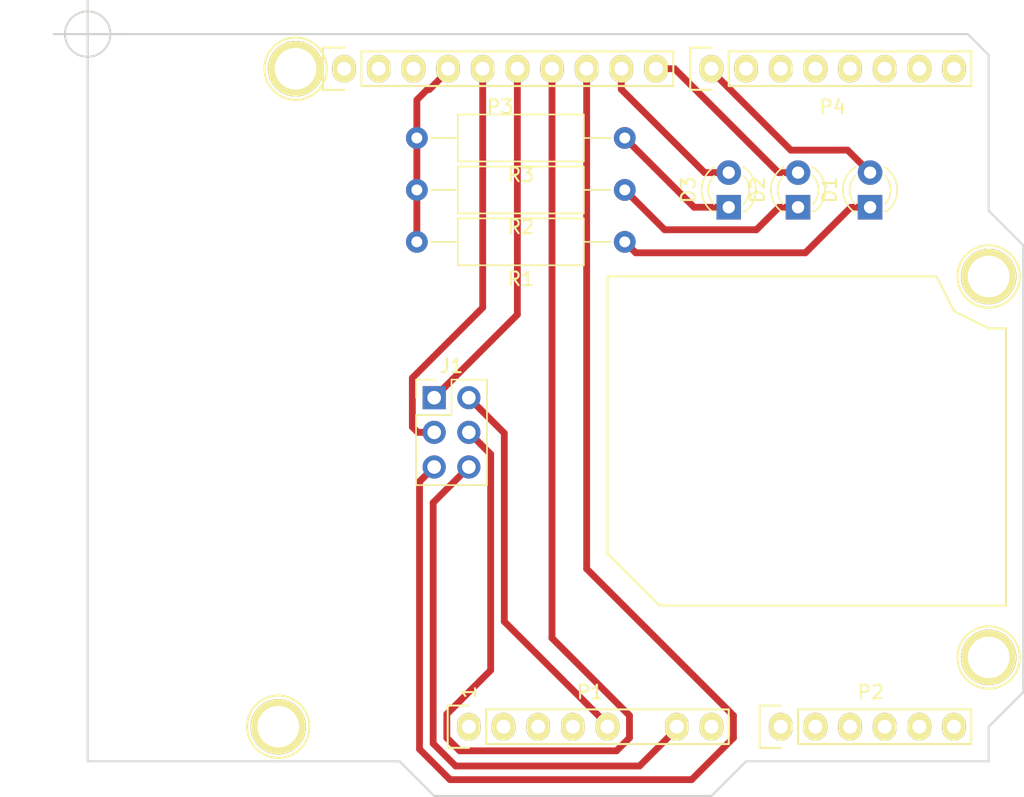
<source format=kicad_pcb>
(kicad_pcb (version 20171130) (host pcbnew "(5.1.5-0-10_14)")

  (general
    (thickness 1.6)
    (drawings 40)
    (tracks 70)
    (zones 0)
    (modules 15)
    (nets 36)
  )

  (page A4)
  (title_block
    (date "lun. 30 mars 2015")
  )

  (layers
    (0 F.Cu signal)
    (31 B.Cu signal)
    (32 B.Adhes user)
    (33 F.Adhes user)
    (34 B.Paste user)
    (35 F.Paste user)
    (36 B.SilkS user)
    (37 F.SilkS user)
    (38 B.Mask user)
    (39 F.Mask user)
    (40 Dwgs.User user)
    (41 Cmts.User user)
    (42 Eco1.User user)
    (43 Eco2.User user)
    (44 Edge.Cuts user)
    (45 Margin user)
    (46 B.CrtYd user)
    (47 F.CrtYd user)
    (48 B.Fab user)
    (49 F.Fab user)
  )

  (setup
    (last_trace_width 0.25)
    (trace_clearance 0.2)
    (zone_clearance 0.508)
    (zone_45_only no)
    (trace_min 0.2)
    (via_size 0.6)
    (via_drill 0.4)
    (via_min_size 0.4)
    (via_min_drill 0.3)
    (uvia_size 0.3)
    (uvia_drill 0.1)
    (uvias_allowed no)
    (uvia_min_size 0.2)
    (uvia_min_drill 0.1)
    (edge_width 0.15)
    (segment_width 0.15)
    (pcb_text_width 0.3)
    (pcb_text_size 1.5 1.5)
    (mod_edge_width 0.15)
    (mod_text_size 1 1)
    (mod_text_width 0.15)
    (pad_size 4.064 4.064)
    (pad_drill 3.048)
    (pad_to_mask_clearance 0)
    (aux_axis_origin 110.998 73.025)
    (grid_origin 110.998 73.025)
    (visible_elements FFFFFF7F)
    (pcbplotparams
      (layerselection 0x01000_7fffffff)
      (usegerberextensions false)
      (usegerberattributes false)
      (usegerberadvancedattributes false)
      (creategerberjobfile false)
      (excludeedgelayer true)
      (linewidth 0.100000)
      (plotframeref false)
      (viasonmask false)
      (mode 1)
      (useauxorigin true)
      (hpglpennumber 1)
      (hpglpenspeed 20)
      (hpglpendiameter 15.000000)
      (psnegative false)
      (psa4output false)
      (plotreference false)
      (plotvalue false)
      (plotinvisibletext false)
      (padsonsilk false)
      (subtractmaskfromsilk false)
      (outputformat 1)
      (mirror false)
      (drillshape 0)
      (scaleselection 1)
      (outputdirectory "kicad_export/"))
  )

  (net 0 "")
  (net 1 /IOREF)
  (net 2 /Reset)
  (net 3 +5V)
  (net 4 GND)
  (net 5 /Vin)
  (net 6 /A0)
  (net 7 /A1)
  (net 8 /A2)
  (net 9 /A3)
  (net 10 /AREF)
  (net 11 "/A4(SDA)")
  (net 12 "/A5(SCL)")
  (net 13 "/9(**)")
  (net 14 /8)
  (net 15 /7)
  (net 16 "/6(**)")
  (net 17 "/5(**)")
  (net 18 /4)
  (net 19 "/3(**)")
  (net 20 /2)
  (net 21 "/1(Tx)")
  (net 22 "/0(Rx)")
  (net 23 "Net-(P5-Pad1)")
  (net 24 "Net-(P6-Pad1)")
  (net 25 "Net-(P7-Pad1)")
  (net 26 "Net-(P8-Pad1)")
  (net 27 "/13(SCK)")
  (net 28 "/10(**/SS)")
  (net 29 "Net-(P1-Pad1)")
  (net 30 +3V3)
  (net 31 "/12(MISO)")
  (net 32 "/11(**/MOSI)")
  (net 33 "Net-(D1-Pad1)")
  (net 34 "Net-(D2-Pad1)")
  (net 35 "Net-(D3-Pad1)")

  (net_class Default "This is the default net class."
    (clearance 0.2)
    (trace_width 0.25)
    (via_dia 0.6)
    (via_drill 0.4)
    (uvia_dia 0.3)
    (uvia_drill 0.1)
  )

  (net_class wide ""
    (clearance 0.5)
    (trace_width 0.5)
    (via_dia 0.6)
    (via_drill 0.4)
    (uvia_dia 0.3)
    (uvia_drill 0.1)
    (add_net +3V3)
    (add_net +5V)
    (add_net "/0(Rx)")
    (add_net "/1(Tx)")
    (add_net "/10(**/SS)")
    (add_net "/11(**/MOSI)")
    (add_net "/12(MISO)")
    (add_net "/13(SCK)")
    (add_net /2)
    (add_net "/3(**)")
    (add_net /4)
    (add_net "/5(**)")
    (add_net "/6(**)")
    (add_net /7)
    (add_net /8)
    (add_net "/9(**)")
    (add_net /A0)
    (add_net /A1)
    (add_net /A2)
    (add_net /A3)
    (add_net "/A4(SDA)")
    (add_net "/A5(SCL)")
    (add_net /AREF)
    (add_net /IOREF)
    (add_net /Reset)
    (add_net /Vin)
    (add_net GND)
    (add_net "Net-(D1-Pad1)")
    (add_net "Net-(D2-Pad1)")
    (add_net "Net-(D3-Pad1)")
    (add_net "Net-(P1-Pad1)")
    (add_net "Net-(P5-Pad1)")
    (add_net "Net-(P6-Pad1)")
    (add_net "Net-(P7-Pad1)")
    (add_net "Net-(P8-Pad1)")
  )

  (module Socket_Arduino_Uno:Socket_Strip_Arduino_1x08 locked (layer F.Cu) (tedit 5FAF7312) (tstamp 551AF9EA)
    (at 138.938 123.825)
    (descr "Through hole socket strip")
    (tags "socket strip")
    (path /56D70129)
    (fp_text reference P1 (at 8.89 -2.54) (layer F.SilkS)
      (effects (font (size 1 1) (thickness 0.15)))
    )
    (fp_text value Power (at 8.89 -4.064) (layer F.Fab)
      (effects (font (size 1 1) (thickness 0.15)))
    )
    (fp_line (start -1.75 -1.75) (end -1.75 1.75) (layer F.CrtYd) (width 0.05))
    (fp_line (start 19.55 -1.75) (end 19.55 1.75) (layer F.CrtYd) (width 0.05))
    (fp_line (start -1.75 -1.75) (end 19.55 -1.75) (layer F.CrtYd) (width 0.05))
    (fp_line (start -1.75 1.75) (end 19.55 1.75) (layer F.CrtYd) (width 0.05))
    (fp_line (start 1.27 1.27) (end 19.05 1.27) (layer F.SilkS) (width 0.15))
    (fp_line (start 19.05 1.27) (end 19.05 -1.27) (layer F.SilkS) (width 0.15))
    (fp_line (start 19.05 -1.27) (end 1.27 -1.27) (layer F.SilkS) (width 0.15))
    (fp_line (start -1.55 1.55) (end 0 1.55) (layer F.SilkS) (width 0.15))
    (fp_line (start 1.27 1.27) (end 1.27 -1.27) (layer F.SilkS) (width 0.15))
    (fp_line (start 0 -1.55) (end -1.55 -1.55) (layer F.SilkS) (width 0.15))
    (fp_line (start -1.55 -1.55) (end -1.55 1.55) (layer F.SilkS) (width 0.15))
    (pad 1 thru_hole oval (at 0 0) (size 1.7272 2.032) (drill 1.016) (layers *.Cu *.Mask F.SilkS)
      (net 29 "Net-(P1-Pad1)"))
    (pad 2 thru_hole oval (at 2.54 0) (size 1.7272 2.032) (drill 1.016) (layers *.Cu *.Mask F.SilkS)
      (net 1 /IOREF))
    (pad 3 thru_hole oval (at 5.08 0) (size 1.7272 2.032) (drill 1.016) (layers *.Cu *.Mask F.SilkS)
      (net 2 /Reset))
    (pad 4 thru_hole oval (at 7.62 0) (size 1.7272 2.032) (drill 1.016) (layers *.Cu *.Mask F.SilkS)
      (net 30 +3V3))
    (pad 5 thru_hole oval (at 10.16 0) (size 1.7272 2.032) (drill 1.016) (layers *.Cu *.Mask F.SilkS)
      (net 3 +5V))
    (pad 6 connect oval (at 12.7 0) (size 1.7272 2.032) (layers Dwgs.User)
      (net 4 GND))
    (pad 7 thru_hole oval (at 15.24 0) (size 1.7272 2.032) (drill 1.016) (layers *.Cu *.Mask F.SilkS)
      (net 4 GND))
    (pad 8 thru_hole oval (at 17.78 0) (size 1.7272 2.032) (drill 1.016) (layers *.Cu *.Mask F.SilkS)
      (net 5 /Vin))
    (model ${KIPRJMOD}/Socket_Arduino_Uno.3dshapes/Socket_header_Arduino_1x08.wrl
      (offset (xyz 8.889999866485596 0 0))
      (scale (xyz 1 1 1))
      (rotate (xyz 0 0 180))
    )
  )

  (module Socket_Arduino_Uno:Socket_Strip_Arduino_1x06 locked (layer F.Cu) (tedit 552168D6) (tstamp 551AF9FF)
    (at 161.798 123.825)
    (descr "Through hole socket strip")
    (tags "socket strip")
    (path /56D70DD8)
    (fp_text reference P2 (at 6.604 -2.54) (layer F.SilkS)
      (effects (font (size 1 1) (thickness 0.15)))
    )
    (fp_text value Analog (at 6.604 -4.064) (layer F.Fab)
      (effects (font (size 1 1) (thickness 0.15)))
    )
    (fp_line (start -1.75 -1.75) (end -1.75 1.75) (layer F.CrtYd) (width 0.05))
    (fp_line (start 14.45 -1.75) (end 14.45 1.75) (layer F.CrtYd) (width 0.05))
    (fp_line (start -1.75 -1.75) (end 14.45 -1.75) (layer F.CrtYd) (width 0.05))
    (fp_line (start -1.75 1.75) (end 14.45 1.75) (layer F.CrtYd) (width 0.05))
    (fp_line (start 1.27 1.27) (end 13.97 1.27) (layer F.SilkS) (width 0.15))
    (fp_line (start 13.97 1.27) (end 13.97 -1.27) (layer F.SilkS) (width 0.15))
    (fp_line (start 13.97 -1.27) (end 1.27 -1.27) (layer F.SilkS) (width 0.15))
    (fp_line (start -1.55 1.55) (end 0 1.55) (layer F.SilkS) (width 0.15))
    (fp_line (start 1.27 1.27) (end 1.27 -1.27) (layer F.SilkS) (width 0.15))
    (fp_line (start 0 -1.55) (end -1.55 -1.55) (layer F.SilkS) (width 0.15))
    (fp_line (start -1.55 -1.55) (end -1.55 1.55) (layer F.SilkS) (width 0.15))
    (pad 1 thru_hole oval (at 0 0) (size 1.7272 2.032) (drill 1.016) (layers *.Cu *.Mask F.SilkS)
      (net 6 /A0))
    (pad 2 thru_hole oval (at 2.54 0) (size 1.7272 2.032) (drill 1.016) (layers *.Cu *.Mask F.SilkS)
      (net 7 /A1))
    (pad 3 thru_hole oval (at 5.08 0) (size 1.7272 2.032) (drill 1.016) (layers *.Cu *.Mask F.SilkS)
      (net 8 /A2))
    (pad 4 thru_hole oval (at 7.62 0) (size 1.7272 2.032) (drill 1.016) (layers *.Cu *.Mask F.SilkS)
      (net 9 /A3))
    (pad 5 thru_hole oval (at 10.16 0) (size 1.7272 2.032) (drill 1.016) (layers *.Cu *.Mask F.SilkS)
      (net 11 "/A4(SDA)"))
    (pad 6 thru_hole oval (at 12.7 0) (size 1.7272 2.032) (drill 1.016) (layers *.Cu *.Mask F.SilkS)
      (net 12 "/A5(SCL)"))
    (model ${KIPRJMOD}/Socket_Arduino_Uno.3dshapes/Socket_header_Arduino_1x06.wrl
      (offset (xyz 6.349999904632568 0 0))
      (scale (xyz 1 1 1))
      (rotate (xyz 0 0 180))
    )
  )

  (module Socket_Arduino_Uno:Socket_Strip_Arduino_1x10 locked (layer F.Cu) (tedit 552168BF) (tstamp 551AFA18)
    (at 129.794 75.565)
    (descr "Through hole socket strip")
    (tags "socket strip")
    (path /56D721E0)
    (fp_text reference P3 (at 11.43 2.794) (layer F.SilkS)
      (effects (font (size 1 1) (thickness 0.15)))
    )
    (fp_text value Digital (at 11.43 4.318) (layer F.Fab)
      (effects (font (size 1 1) (thickness 0.15)))
    )
    (fp_line (start -1.75 -1.75) (end -1.75 1.75) (layer F.CrtYd) (width 0.05))
    (fp_line (start 24.65 -1.75) (end 24.65 1.75) (layer F.CrtYd) (width 0.05))
    (fp_line (start -1.75 -1.75) (end 24.65 -1.75) (layer F.CrtYd) (width 0.05))
    (fp_line (start -1.75 1.75) (end 24.65 1.75) (layer F.CrtYd) (width 0.05))
    (fp_line (start 1.27 1.27) (end 24.13 1.27) (layer F.SilkS) (width 0.15))
    (fp_line (start 24.13 1.27) (end 24.13 -1.27) (layer F.SilkS) (width 0.15))
    (fp_line (start 24.13 -1.27) (end 1.27 -1.27) (layer F.SilkS) (width 0.15))
    (fp_line (start -1.55 1.55) (end 0 1.55) (layer F.SilkS) (width 0.15))
    (fp_line (start 1.27 1.27) (end 1.27 -1.27) (layer F.SilkS) (width 0.15))
    (fp_line (start 0 -1.55) (end -1.55 -1.55) (layer F.SilkS) (width 0.15))
    (fp_line (start -1.55 -1.55) (end -1.55 1.55) (layer F.SilkS) (width 0.15))
    (pad 1 thru_hole oval (at 0 0) (size 1.7272 2.032) (drill 1.016) (layers *.Cu *.Mask F.SilkS)
      (net 12 "/A5(SCL)"))
    (pad 2 thru_hole oval (at 2.54 0) (size 1.7272 2.032) (drill 1.016) (layers *.Cu *.Mask F.SilkS)
      (net 11 "/A4(SDA)"))
    (pad 3 thru_hole oval (at 5.08 0) (size 1.7272 2.032) (drill 1.016) (layers *.Cu *.Mask F.SilkS)
      (net 10 /AREF))
    (pad 4 thru_hole oval (at 7.62 0) (size 1.7272 2.032) (drill 1.016) (layers *.Cu *.Mask F.SilkS)
      (net 4 GND))
    (pad 5 thru_hole oval (at 10.16 0) (size 1.7272 2.032) (drill 1.016) (layers *.Cu *.Mask F.SilkS)
      (net 27 "/13(SCK)"))
    (pad 6 thru_hole oval (at 12.7 0) (size 1.7272 2.032) (drill 1.016) (layers *.Cu *.Mask F.SilkS)
      (net 31 "/12(MISO)"))
    (pad 7 thru_hole oval (at 15.24 0) (size 1.7272 2.032) (drill 1.016) (layers *.Cu *.Mask F.SilkS)
      (net 32 "/11(**/MOSI)"))
    (pad 8 thru_hole oval (at 17.78 0) (size 1.7272 2.032) (drill 1.016) (layers *.Cu *.Mask F.SilkS)
      (net 28 "/10(**/SS)"))
    (pad 9 thru_hole oval (at 20.32 0) (size 1.7272 2.032) (drill 1.016) (layers *.Cu *.Mask F.SilkS)
      (net 13 "/9(**)"))
    (pad 10 thru_hole oval (at 22.86 0) (size 1.7272 2.032) (drill 1.016) (layers *.Cu *.Mask F.SilkS)
      (net 14 /8))
    (model ${KIPRJMOD}/Socket_Arduino_Uno.3dshapes/Socket_header_Arduino_1x10.wrl
      (offset (xyz 11.42999982833862 0 0))
      (scale (xyz 1 1 1))
      (rotate (xyz 0 0 180))
    )
  )

  (module Socket_Arduino_Uno:Socket_Strip_Arduino_1x08 locked (layer F.Cu) (tedit 552168C7) (tstamp 551AFA2F)
    (at 156.718 75.565)
    (descr "Through hole socket strip")
    (tags "socket strip")
    (path /56D7164F)
    (fp_text reference P4 (at 8.89 2.794) (layer F.SilkS)
      (effects (font (size 1 1) (thickness 0.15)))
    )
    (fp_text value Digital (at 8.89 4.318) (layer F.Fab)
      (effects (font (size 1 1) (thickness 0.15)))
    )
    (fp_line (start -1.75 -1.75) (end -1.75 1.75) (layer F.CrtYd) (width 0.05))
    (fp_line (start 19.55 -1.75) (end 19.55 1.75) (layer F.CrtYd) (width 0.05))
    (fp_line (start -1.75 -1.75) (end 19.55 -1.75) (layer F.CrtYd) (width 0.05))
    (fp_line (start -1.75 1.75) (end 19.55 1.75) (layer F.CrtYd) (width 0.05))
    (fp_line (start 1.27 1.27) (end 19.05 1.27) (layer F.SilkS) (width 0.15))
    (fp_line (start 19.05 1.27) (end 19.05 -1.27) (layer F.SilkS) (width 0.15))
    (fp_line (start 19.05 -1.27) (end 1.27 -1.27) (layer F.SilkS) (width 0.15))
    (fp_line (start -1.55 1.55) (end 0 1.55) (layer F.SilkS) (width 0.15))
    (fp_line (start 1.27 1.27) (end 1.27 -1.27) (layer F.SilkS) (width 0.15))
    (fp_line (start 0 -1.55) (end -1.55 -1.55) (layer F.SilkS) (width 0.15))
    (fp_line (start -1.55 -1.55) (end -1.55 1.55) (layer F.SilkS) (width 0.15))
    (pad 1 thru_hole oval (at 0 0) (size 1.7272 2.032) (drill 1.016) (layers *.Cu *.Mask F.SilkS)
      (net 15 /7))
    (pad 2 thru_hole oval (at 2.54 0) (size 1.7272 2.032) (drill 1.016) (layers *.Cu *.Mask F.SilkS)
      (net 16 "/6(**)"))
    (pad 3 thru_hole oval (at 5.08 0) (size 1.7272 2.032) (drill 1.016) (layers *.Cu *.Mask F.SilkS)
      (net 17 "/5(**)"))
    (pad 4 thru_hole oval (at 7.62 0) (size 1.7272 2.032) (drill 1.016) (layers *.Cu *.Mask F.SilkS)
      (net 18 /4))
    (pad 5 thru_hole oval (at 10.16 0) (size 1.7272 2.032) (drill 1.016) (layers *.Cu *.Mask F.SilkS)
      (net 19 "/3(**)"))
    (pad 6 thru_hole oval (at 12.7 0) (size 1.7272 2.032) (drill 1.016) (layers *.Cu *.Mask F.SilkS)
      (net 20 /2))
    (pad 7 thru_hole oval (at 15.24 0) (size 1.7272 2.032) (drill 1.016) (layers *.Cu *.Mask F.SilkS)
      (net 21 "/1(Tx)"))
    (pad 8 thru_hole oval (at 17.78 0) (size 1.7272 2.032) (drill 1.016) (layers *.Cu *.Mask F.SilkS)
      (net 22 "/0(Rx)"))
    (model ${KIPRJMOD}/Socket_Arduino_Uno.3dshapes/Socket_header_Arduino_1x08.wrl
      (offset (xyz 8.889999866485596 0 0))
      (scale (xyz 1 1 1))
      (rotate (xyz 0 0 180))
    )
  )

  (module Socket_Arduino_Uno:Arduino_1pin locked (layer F.Cu) (tedit 5524FC39) (tstamp 5524FC3F)
    (at 124.968 123.825)
    (descr "module 1 pin (ou trou mecanique de percage)")
    (tags DEV)
    (path /56D71177)
    (fp_text reference P5 (at 0 -3.048) (layer F.SilkS) hide
      (effects (font (size 1 1) (thickness 0.15)))
    )
    (fp_text value CONN_01X01 (at 0 2.794) (layer F.Fab) hide
      (effects (font (size 1 1) (thickness 0.15)))
    )
    (fp_circle (center 0 0) (end 0 -2.286) (layer F.SilkS) (width 0.15))
    (pad 1 thru_hole circle (at 0 0) (size 4.064 4.064) (drill 3.048) (layers *.Cu *.Mask F.SilkS)
      (net 23 "Net-(P5-Pad1)"))
  )

  (module Socket_Arduino_Uno:Arduino_1pin locked (layer F.Cu) (tedit 5524FC4A) (tstamp 5524FC44)
    (at 177.038 118.745)
    (descr "module 1 pin (ou trou mecanique de percage)")
    (tags DEV)
    (path /56D71274)
    (fp_text reference P6 (at 0 -3.048) (layer F.SilkS) hide
      (effects (font (size 1 1) (thickness 0.15)))
    )
    (fp_text value CONN_01X01 (at 0 2.794) (layer F.Fab) hide
      (effects (font (size 1 1) (thickness 0.15)))
    )
    (fp_circle (center 0 0) (end 0 -2.286) (layer F.SilkS) (width 0.15))
    (pad 1 thru_hole circle (at 0 0) (size 4.064 4.064) (drill 3.048) (layers *.Cu *.Mask F.SilkS)
      (net 24 "Net-(P6-Pad1)"))
  )

  (module Socket_Arduino_Uno:Arduino_1pin locked (layer F.Cu) (tedit 5524FC2F) (tstamp 5524FC49)
    (at 126.238 75.565)
    (descr "module 1 pin (ou trou mecanique de percage)")
    (tags DEV)
    (path /56D712A8)
    (fp_text reference P7 (at 0 -3.048) (layer F.SilkS) hide
      (effects (font (size 1 1) (thickness 0.15)))
    )
    (fp_text value CONN_01X01 (at 0 2.794) (layer F.Fab) hide
      (effects (font (size 1 1) (thickness 0.15)))
    )
    (fp_circle (center 0 0) (end 0 -2.286) (layer F.SilkS) (width 0.15))
    (pad 1 thru_hole circle (at 0 0) (size 4.064 4.064) (drill 3.048) (layers *.Cu *.Mask F.SilkS)
      (net 25 "Net-(P7-Pad1)"))
  )

  (module Socket_Arduino_Uno:Arduino_1pin locked (layer F.Cu) (tedit 5524FC41) (tstamp 5524FC4E)
    (at 177.038 90.805)
    (descr "module 1 pin (ou trou mecanique de percage)")
    (tags DEV)
    (path /56D712DB)
    (fp_text reference P8 (at 0 -3.048) (layer F.SilkS) hide
      (effects (font (size 1 1) (thickness 0.15)))
    )
    (fp_text value CONN_01X01 (at 0 2.794) (layer F.Fab) hide
      (effects (font (size 1 1) (thickness 0.15)))
    )
    (fp_circle (center 0 0) (end 0 -2.286) (layer F.SilkS) (width 0.15))
    (pad 1 thru_hole circle (at 0 0) (size 4.064 4.064) (drill 3.048) (layers *.Cu *.Mask F.SilkS)
      (net 26 "Net-(P8-Pad1)"))
  )

  (module LED_THT:LED_D3.0mm_FlatTop (layer F.Cu) (tedit 5880A862) (tstamp 5FAFDCE3)
    (at 168.348 85.725 90)
    (descr "LED, Round, FlatTop, diameter 3.0mm, 2 pins, http://www.kingbright.com/attachments/file/psearch/000/00/00/L-47XEC(Ver.9A).pdf")
    (tags "LED Round FlatTop diameter 3.0mm 2 pins")
    (path /5FAFEA92)
    (fp_text reference D1 (at 1.27 -2.96 90) (layer F.SilkS)
      (effects (font (size 1 1) (thickness 0.15)))
    )
    (fp_text value LED (at 1.27 2.96 90) (layer F.Fab)
      (effects (font (size 1 1) (thickness 0.15)))
    )
    (fp_arc (start 1.27 0) (end -0.23 -1.16619) (angle 284.3) (layer F.Fab) (width 0.1))
    (fp_arc (start 1.27 0) (end -0.29 -1.235516) (angle 108.8) (layer F.SilkS) (width 0.12))
    (fp_arc (start 1.27 0) (end -0.29 1.235516) (angle -108.8) (layer F.SilkS) (width 0.12))
    (fp_arc (start 1.27 0) (end 0.229039 -1.08) (angle 87.9) (layer F.SilkS) (width 0.12))
    (fp_arc (start 1.27 0) (end 0.229039 1.08) (angle -87.9) (layer F.SilkS) (width 0.12))
    (fp_circle (center 1.27 0) (end 2.77 0) (layer F.Fab) (width 0.1))
    (fp_line (start -0.23 -1.16619) (end -0.23 1.16619) (layer F.Fab) (width 0.1))
    (fp_line (start -0.29 -1.236) (end -0.29 -1.08) (layer F.SilkS) (width 0.12))
    (fp_line (start -0.29 1.08) (end -0.29 1.236) (layer F.SilkS) (width 0.12))
    (fp_line (start -1.15 -2.25) (end -1.15 2.25) (layer F.CrtYd) (width 0.05))
    (fp_line (start -1.15 2.25) (end 3.7 2.25) (layer F.CrtYd) (width 0.05))
    (fp_line (start 3.7 2.25) (end 3.7 -2.25) (layer F.CrtYd) (width 0.05))
    (fp_line (start 3.7 -2.25) (end -1.15 -2.25) (layer F.CrtYd) (width 0.05))
    (pad 1 thru_hole rect (at 0 0 90) (size 1.8 1.8) (drill 0.9) (layers *.Cu *.Mask)
      (net 33 "Net-(D1-Pad1)"))
    (pad 2 thru_hole circle (at 2.54 0 90) (size 1.8 1.8) (drill 0.9) (layers *.Cu *.Mask)
      (net 15 /7))
    (model ${KISYS3DMOD}/LED_THT.3dshapes/LED_D3.0mm_FlatTop.wrl
      (at (xyz 0 0 0))
      (scale (xyz 1 1 1))
      (rotate (xyz 0 0 0))
    )
  )

  (module LED_THT:LED_D3.0mm_FlatTop (layer F.Cu) (tedit 5880A862) (tstamp 5FAFE025)
    (at 163.068 85.725 90)
    (descr "LED, Round, FlatTop, diameter 3.0mm, 2 pins, http://www.kingbright.com/attachments/file/psearch/000/00/00/L-47XEC(Ver.9A).pdf")
    (tags "LED Round FlatTop diameter 3.0mm 2 pins")
    (path /5FAFF1D8)
    (fp_text reference D2 (at 1.27 -2.96 90) (layer F.SilkS)
      (effects (font (size 1 1) (thickness 0.15)))
    )
    (fp_text value LED (at 1.27 2.96 90) (layer F.Fab)
      (effects (font (size 1 1) (thickness 0.15)))
    )
    (fp_line (start 3.7 -2.25) (end -1.15 -2.25) (layer F.CrtYd) (width 0.05))
    (fp_line (start 3.7 2.25) (end 3.7 -2.25) (layer F.CrtYd) (width 0.05))
    (fp_line (start -1.15 2.25) (end 3.7 2.25) (layer F.CrtYd) (width 0.05))
    (fp_line (start -1.15 -2.25) (end -1.15 2.25) (layer F.CrtYd) (width 0.05))
    (fp_line (start -0.29 1.08) (end -0.29 1.236) (layer F.SilkS) (width 0.12))
    (fp_line (start -0.29 -1.236) (end -0.29 -1.08) (layer F.SilkS) (width 0.12))
    (fp_line (start -0.23 -1.16619) (end -0.23 1.16619) (layer F.Fab) (width 0.1))
    (fp_circle (center 1.27 0) (end 2.77 0) (layer F.Fab) (width 0.1))
    (fp_arc (start 1.27 0) (end 0.229039 1.08) (angle -87.9) (layer F.SilkS) (width 0.12))
    (fp_arc (start 1.27 0) (end 0.229039 -1.08) (angle 87.9) (layer F.SilkS) (width 0.12))
    (fp_arc (start 1.27 0) (end -0.29 1.235516) (angle -108.8) (layer F.SilkS) (width 0.12))
    (fp_arc (start 1.27 0) (end -0.29 -1.235516) (angle 108.8) (layer F.SilkS) (width 0.12))
    (fp_arc (start 1.27 0) (end -0.23 -1.16619) (angle 284.3) (layer F.Fab) (width 0.1))
    (pad 2 thru_hole circle (at 2.54 0 90) (size 1.8 1.8) (drill 0.9) (layers *.Cu *.Mask)
      (net 14 /8))
    (pad 1 thru_hole rect (at 0 0 90) (size 1.8 1.8) (drill 0.9) (layers *.Cu *.Mask)
      (net 34 "Net-(D2-Pad1)"))
    (model ${KISYS3DMOD}/LED_THT.3dshapes/LED_D3.0mm_FlatTop.wrl
      (at (xyz 0 0 0))
      (scale (xyz 1 1 1))
      (rotate (xyz 0 0 0))
    )
  )

  (module LED_THT:LED_D3.0mm_FlatTop (layer F.Cu) (tedit 5880A862) (tstamp 5FAFDD09)
    (at 157.988 85.725 90)
    (descr "LED, Round, FlatTop, diameter 3.0mm, 2 pins, http://www.kingbright.com/attachments/file/psearch/000/00/00/L-47XEC(Ver.9A).pdf")
    (tags "LED Round FlatTop diameter 3.0mm 2 pins")
    (path /5FAFF41D)
    (fp_text reference D3 (at 1.27 -2.96 90) (layer F.SilkS)
      (effects (font (size 1 1) (thickness 0.15)))
    )
    (fp_text value LED (at 1.27 2.96 90) (layer F.Fab)
      (effects (font (size 1 1) (thickness 0.15)))
    )
    (fp_arc (start 1.27 0) (end -0.23 -1.16619) (angle 284.3) (layer F.Fab) (width 0.1))
    (fp_arc (start 1.27 0) (end -0.29 -1.235516) (angle 108.8) (layer F.SilkS) (width 0.12))
    (fp_arc (start 1.27 0) (end -0.29 1.235516) (angle -108.8) (layer F.SilkS) (width 0.12))
    (fp_arc (start 1.27 0) (end 0.229039 -1.08) (angle 87.9) (layer F.SilkS) (width 0.12))
    (fp_arc (start 1.27 0) (end 0.229039 1.08) (angle -87.9) (layer F.SilkS) (width 0.12))
    (fp_circle (center 1.27 0) (end 2.77 0) (layer F.Fab) (width 0.1))
    (fp_line (start -0.23 -1.16619) (end -0.23 1.16619) (layer F.Fab) (width 0.1))
    (fp_line (start -0.29 -1.236) (end -0.29 -1.08) (layer F.SilkS) (width 0.12))
    (fp_line (start -0.29 1.08) (end -0.29 1.236) (layer F.SilkS) (width 0.12))
    (fp_line (start -1.15 -2.25) (end -1.15 2.25) (layer F.CrtYd) (width 0.05))
    (fp_line (start -1.15 2.25) (end 3.7 2.25) (layer F.CrtYd) (width 0.05))
    (fp_line (start 3.7 2.25) (end 3.7 -2.25) (layer F.CrtYd) (width 0.05))
    (fp_line (start 3.7 -2.25) (end -1.15 -2.25) (layer F.CrtYd) (width 0.05))
    (pad 1 thru_hole rect (at 0 0 90) (size 1.8 1.8) (drill 0.9) (layers *.Cu *.Mask)
      (net 35 "Net-(D3-Pad1)"))
    (pad 2 thru_hole circle (at 2.54 0 90) (size 1.8 1.8) (drill 0.9) (layers *.Cu *.Mask)
      (net 13 "/9(**)"))
    (model ${KISYS3DMOD}/LED_THT.3dshapes/LED_D3.0mm_FlatTop.wrl
      (at (xyz 0 0 0))
      (scale (xyz 1 1 1))
      (rotate (xyz 0 0 0))
    )
  )

  (module Connector_PinHeader_2.54mm:PinHeader_2x03_P2.54mm_Vertical (layer F.Cu) (tedit 59FED5CC) (tstamp 5FAFE538)
    (at 136.398 99.695)
    (descr "Through hole straight pin header, 2x03, 2.54mm pitch, double rows")
    (tags "Through hole pin header THT 2x03 2.54mm double row")
    (path /5FAF8C0F)
    (fp_text reference J1 (at 1.27 -2.33) (layer F.SilkS)
      (effects (font (size 1 1) (thickness 0.15)))
    )
    (fp_text value Conn_02x03_Odd_Even (at 1.27 7.41) (layer F.Fab)
      (effects (font (size 1 1) (thickness 0.15)))
    )
    (fp_line (start 0 -1.27) (end 3.81 -1.27) (layer F.Fab) (width 0.1))
    (fp_line (start 3.81 -1.27) (end 3.81 6.35) (layer F.Fab) (width 0.1))
    (fp_line (start 3.81 6.35) (end -1.27 6.35) (layer F.Fab) (width 0.1))
    (fp_line (start -1.27 6.35) (end -1.27 0) (layer F.Fab) (width 0.1))
    (fp_line (start -1.27 0) (end 0 -1.27) (layer F.Fab) (width 0.1))
    (fp_line (start -1.33 6.41) (end 3.87 6.41) (layer F.SilkS) (width 0.12))
    (fp_line (start -1.33 1.27) (end -1.33 6.41) (layer F.SilkS) (width 0.12))
    (fp_line (start 3.87 -1.33) (end 3.87 6.41) (layer F.SilkS) (width 0.12))
    (fp_line (start -1.33 1.27) (end 1.27 1.27) (layer F.SilkS) (width 0.12))
    (fp_line (start 1.27 1.27) (end 1.27 -1.33) (layer F.SilkS) (width 0.12))
    (fp_line (start 1.27 -1.33) (end 3.87 -1.33) (layer F.SilkS) (width 0.12))
    (fp_line (start -1.33 0) (end -1.33 -1.33) (layer F.SilkS) (width 0.12))
    (fp_line (start -1.33 -1.33) (end 0 -1.33) (layer F.SilkS) (width 0.12))
    (fp_line (start -1.8 -1.8) (end -1.8 6.85) (layer F.CrtYd) (width 0.05))
    (fp_line (start -1.8 6.85) (end 4.35 6.85) (layer F.CrtYd) (width 0.05))
    (fp_line (start 4.35 6.85) (end 4.35 -1.8) (layer F.CrtYd) (width 0.05))
    (fp_line (start 4.35 -1.8) (end -1.8 -1.8) (layer F.CrtYd) (width 0.05))
    (fp_text user %R (at 1.27 2.54 90) (layer F.Fab)
      (effects (font (size 1 1) (thickness 0.15)))
    )
    (pad 1 thru_hole rect (at 0 0) (size 1.7 1.7) (drill 1) (layers *.Cu *.Mask)
      (net 31 "/12(MISO)"))
    (pad 2 thru_hole oval (at 2.54 0) (size 1.7 1.7) (drill 1) (layers *.Cu *.Mask)
      (net 3 +5V))
    (pad 3 thru_hole oval (at 0 2.54) (size 1.7 1.7) (drill 1) (layers *.Cu *.Mask)
      (net 27 "/13(SCK)"))
    (pad 4 thru_hole oval (at 2.54 2.54) (size 1.7 1.7) (drill 1) (layers *.Cu *.Mask)
      (net 32 "/11(**/MOSI)"))
    (pad 5 thru_hole oval (at 0 5.08) (size 1.7 1.7) (drill 1) (layers *.Cu *.Mask)
      (net 28 "/10(**/SS)"))
    (pad 6 thru_hole oval (at 2.54 5.08) (size 1.7 1.7) (drill 1) (layers *.Cu *.Mask)
      (net 4 GND))
    (model ${KISYS3DMOD}/Connector_PinHeader_2.54mm.3dshapes/PinHeader_2x03_P2.54mm_Vertical.wrl
      (at (xyz 0 0 0))
      (scale (xyz 1 1 1))
      (rotate (xyz 0 0 0))
    )
  )

  (module Resistor_THT:R_Axial_DIN0309_L9.0mm_D3.2mm_P15.24mm_Horizontal (layer F.Cu) (tedit 5AE5139B) (tstamp 5FAFE118)
    (at 150.368 88.265 180)
    (descr "Resistor, Axial_DIN0309 series, Axial, Horizontal, pin pitch=15.24mm, 0.5W = 1/2W, length*diameter=9*3.2mm^2, http://cdn-reichelt.de/documents/datenblatt/B400/1_4W%23YAG.pdf")
    (tags "Resistor Axial_DIN0309 series Axial Horizontal pin pitch 15.24mm 0.5W = 1/2W length 9mm diameter 3.2mm")
    (path /5FAFF6B5)
    (fp_text reference R1 (at 7.62 -2.72) (layer F.SilkS)
      (effects (font (size 1 1) (thickness 0.15)))
    )
    (fp_text value R (at 7.62 2.72) (layer F.Fab)
      (effects (font (size 1 1) (thickness 0.15)))
    )
    (fp_line (start 3.12 -1.6) (end 3.12 1.6) (layer F.Fab) (width 0.1))
    (fp_line (start 3.12 1.6) (end 12.12 1.6) (layer F.Fab) (width 0.1))
    (fp_line (start 12.12 1.6) (end 12.12 -1.6) (layer F.Fab) (width 0.1))
    (fp_line (start 12.12 -1.6) (end 3.12 -1.6) (layer F.Fab) (width 0.1))
    (fp_line (start 0 0) (end 3.12 0) (layer F.Fab) (width 0.1))
    (fp_line (start 15.24 0) (end 12.12 0) (layer F.Fab) (width 0.1))
    (fp_line (start 3 -1.72) (end 3 1.72) (layer F.SilkS) (width 0.12))
    (fp_line (start 3 1.72) (end 12.24 1.72) (layer F.SilkS) (width 0.12))
    (fp_line (start 12.24 1.72) (end 12.24 -1.72) (layer F.SilkS) (width 0.12))
    (fp_line (start 12.24 -1.72) (end 3 -1.72) (layer F.SilkS) (width 0.12))
    (fp_line (start 1.04 0) (end 3 0) (layer F.SilkS) (width 0.12))
    (fp_line (start 14.2 0) (end 12.24 0) (layer F.SilkS) (width 0.12))
    (fp_line (start -1.05 -1.85) (end -1.05 1.85) (layer F.CrtYd) (width 0.05))
    (fp_line (start -1.05 1.85) (end 16.29 1.85) (layer F.CrtYd) (width 0.05))
    (fp_line (start 16.29 1.85) (end 16.29 -1.85) (layer F.CrtYd) (width 0.05))
    (fp_line (start 16.29 -1.85) (end -1.05 -1.85) (layer F.CrtYd) (width 0.05))
    (fp_text user %R (at 7.62 0) (layer F.Fab)
      (effects (font (size 1 1) (thickness 0.15)))
    )
    (pad 1 thru_hole circle (at 0 0 180) (size 1.6 1.6) (drill 0.8) (layers *.Cu *.Mask)
      (net 33 "Net-(D1-Pad1)"))
    (pad 2 thru_hole oval (at 15.24 0 180) (size 1.6 1.6) (drill 0.8) (layers *.Cu *.Mask)
      (net 4 GND))
    (model ${KISYS3DMOD}/Resistor_THT.3dshapes/R_Axial_DIN0309_L9.0mm_D3.2mm_P15.24mm_Horizontal.wrl
      (at (xyz 0 0 0))
      (scale (xyz 1 1 1))
      (rotate (xyz 0 0 0))
    )
  )

  (module Resistor_THT:R_Axial_DIN0309_L9.0mm_D3.2mm_P15.24mm_Horizontal (layer F.Cu) (tedit 5AE5139B) (tstamp 5FAFDD53)
    (at 150.368 84.455 180)
    (descr "Resistor, Axial_DIN0309 series, Axial, Horizontal, pin pitch=15.24mm, 0.5W = 1/2W, length*diameter=9*3.2mm^2, http://cdn-reichelt.de/documents/datenblatt/B400/1_4W%23YAG.pdf")
    (tags "Resistor Axial_DIN0309 series Axial Horizontal pin pitch 15.24mm 0.5W = 1/2W length 9mm diameter 3.2mm")
    (path /5FAFF9D6)
    (fp_text reference R2 (at 7.62 -2.72) (layer F.SilkS)
      (effects (font (size 1 1) (thickness 0.15)))
    )
    (fp_text value R (at 7.62 2.72) (layer F.Fab)
      (effects (font (size 1 1) (thickness 0.15)))
    )
    (fp_text user %R (at 7.62 0) (layer F.Fab)
      (effects (font (size 1 1) (thickness 0.15)))
    )
    (fp_line (start 16.29 -1.85) (end -1.05 -1.85) (layer F.CrtYd) (width 0.05))
    (fp_line (start 16.29 1.85) (end 16.29 -1.85) (layer F.CrtYd) (width 0.05))
    (fp_line (start -1.05 1.85) (end 16.29 1.85) (layer F.CrtYd) (width 0.05))
    (fp_line (start -1.05 -1.85) (end -1.05 1.85) (layer F.CrtYd) (width 0.05))
    (fp_line (start 14.2 0) (end 12.24 0) (layer F.SilkS) (width 0.12))
    (fp_line (start 1.04 0) (end 3 0) (layer F.SilkS) (width 0.12))
    (fp_line (start 12.24 -1.72) (end 3 -1.72) (layer F.SilkS) (width 0.12))
    (fp_line (start 12.24 1.72) (end 12.24 -1.72) (layer F.SilkS) (width 0.12))
    (fp_line (start 3 1.72) (end 12.24 1.72) (layer F.SilkS) (width 0.12))
    (fp_line (start 3 -1.72) (end 3 1.72) (layer F.SilkS) (width 0.12))
    (fp_line (start 15.24 0) (end 12.12 0) (layer F.Fab) (width 0.1))
    (fp_line (start 0 0) (end 3.12 0) (layer F.Fab) (width 0.1))
    (fp_line (start 12.12 -1.6) (end 3.12 -1.6) (layer F.Fab) (width 0.1))
    (fp_line (start 12.12 1.6) (end 12.12 -1.6) (layer F.Fab) (width 0.1))
    (fp_line (start 3.12 1.6) (end 12.12 1.6) (layer F.Fab) (width 0.1))
    (fp_line (start 3.12 -1.6) (end 3.12 1.6) (layer F.Fab) (width 0.1))
    (pad 2 thru_hole oval (at 15.24 0 180) (size 1.6 1.6) (drill 0.8) (layers *.Cu *.Mask)
      (net 4 GND))
    (pad 1 thru_hole circle (at 0 0 180) (size 1.6 1.6) (drill 0.8) (layers *.Cu *.Mask)
      (net 34 "Net-(D2-Pad1)"))
    (model ${KISYS3DMOD}/Resistor_THT.3dshapes/R_Axial_DIN0309_L9.0mm_D3.2mm_P15.24mm_Horizontal.wrl
      (at (xyz 0 0 0))
      (scale (xyz 1 1 1))
      (rotate (xyz 0 0 0))
    )
  )

  (module Resistor_THT:R_Axial_DIN0309_L9.0mm_D3.2mm_P15.24mm_Horizontal (layer F.Cu) (tedit 5AE5139B) (tstamp 5FAFEBCA)
    (at 150.368 80.645 180)
    (descr "Resistor, Axial_DIN0309 series, Axial, Horizontal, pin pitch=15.24mm, 0.5W = 1/2W, length*diameter=9*3.2mm^2, http://cdn-reichelt.de/documents/datenblatt/B400/1_4W%23YAG.pdf")
    (tags "Resistor Axial_DIN0309 series Axial Horizontal pin pitch 15.24mm 0.5W = 1/2W length 9mm diameter 3.2mm")
    (path /5FAFFC5F)
    (fp_text reference R3 (at 7.62 -2.72) (layer F.SilkS)
      (effects (font (size 1 1) (thickness 0.15)))
    )
    (fp_text value R (at 7.62 2.72) (layer F.Fab)
      (effects (font (size 1 1) (thickness 0.15)))
    )
    (fp_line (start 3.12 -1.6) (end 3.12 1.6) (layer F.Fab) (width 0.1))
    (fp_line (start 3.12 1.6) (end 12.12 1.6) (layer F.Fab) (width 0.1))
    (fp_line (start 12.12 1.6) (end 12.12 -1.6) (layer F.Fab) (width 0.1))
    (fp_line (start 12.12 -1.6) (end 3.12 -1.6) (layer F.Fab) (width 0.1))
    (fp_line (start 0 0) (end 3.12 0) (layer F.Fab) (width 0.1))
    (fp_line (start 15.24 0) (end 12.12 0) (layer F.Fab) (width 0.1))
    (fp_line (start 3 -1.72) (end 3 1.72) (layer F.SilkS) (width 0.12))
    (fp_line (start 3 1.72) (end 12.24 1.72) (layer F.SilkS) (width 0.12))
    (fp_line (start 12.24 1.72) (end 12.24 -1.72) (layer F.SilkS) (width 0.12))
    (fp_line (start 12.24 -1.72) (end 3 -1.72) (layer F.SilkS) (width 0.12))
    (fp_line (start 1.04 0) (end 3 0) (layer F.SilkS) (width 0.12))
    (fp_line (start 14.2 0) (end 12.24 0) (layer F.SilkS) (width 0.12))
    (fp_line (start -1.05 -1.85) (end -1.05 1.85) (layer F.CrtYd) (width 0.05))
    (fp_line (start -1.05 1.85) (end 16.29 1.85) (layer F.CrtYd) (width 0.05))
    (fp_line (start 16.29 1.85) (end 16.29 -1.85) (layer F.CrtYd) (width 0.05))
    (fp_line (start 16.29 -1.85) (end -1.05 -1.85) (layer F.CrtYd) (width 0.05))
    (fp_text user %R (at 7.62 0) (layer F.Fab)
      (effects (font (size 1 1) (thickness 0.15)))
    )
    (pad 1 thru_hole circle (at 0 0 180) (size 1.6 1.6) (drill 0.8) (layers *.Cu *.Mask)
      (net 35 "Net-(D3-Pad1)"))
    (pad 2 thru_hole oval (at 15.24 0 180) (size 1.6 1.6) (drill 0.8) (layers *.Cu *.Mask)
      (net 4 GND))
    (model ${KISYS3DMOD}/Resistor_THT.3dshapes/R_Axial_DIN0309_L9.0mm_D3.2mm_P15.24mm_Horizontal.wrl
      (at (xyz 0 0 0))
      (scale (xyz 1 1 1))
      (rotate (xyz 0 0 0))
    )
  )

  (gr_line (start 149.098 111.125) (end 149.098 90.805) (layer F.SilkS) (width 0.15))
  (gr_line (start 152.908 114.935) (end 149.098 111.125) (layer F.SilkS) (width 0.15))
  (gr_line (start 178.308 114.935) (end 152.908 114.935) (layer F.SilkS) (width 0.15))
  (gr_line (start 178.308 94.615) (end 178.308 114.935) (layer F.SilkS) (width 0.15))
  (gr_line (start 177.038 94.615) (end 178.308 94.615) (layer F.SilkS) (width 0.15))
  (gr_line (start 174.498 93.345) (end 177.038 94.615) (layer F.SilkS) (width 0.15))
  (gr_line (start 173.228 90.805) (end 174.498 93.345) (layer F.SilkS) (width 0.15))
  (gr_line (start 149.098 90.805) (end 173.228 90.805) (layer F.SilkS) (width 0.15))
  (target plus (at 110.998 73.025) (size 5) (width 0.15) (layer Edge.Cuts))
  (gr_line (start 159.258 126.365) (end 177.038 126.365) (layer Edge.Cuts) (width 0.15))
  (gr_line (start 156.718 128.905) (end 159.258 126.365) (layer Edge.Cuts) (width 0.15))
  (gr_line (start 136.398 128.905) (end 156.718 128.905) (layer Edge.Cuts) (width 0.15))
  (gr_line (start 133.858 126.365) (end 136.398 128.905) (layer Edge.Cuts) (width 0.15))
  (gr_line (start 110.998 126.365) (end 133.858 126.365) (layer Edge.Cuts) (width 0.15))
  (gr_text 1 (at 138.938 121.285 90) (layer F.SilkS)
    (effects (font (size 1 1) (thickness 0.15)))
  )
  (gr_circle (center 117.348 76.962) (end 118.618 76.962) (layer Dwgs.User) (width 0.15))
  (gr_line (start 114.427 78.994) (end 114.427 74.93) (angle 90) (layer Dwgs.User) (width 0.15))
  (gr_line (start 120.269 78.994) (end 114.427 78.994) (angle 90) (layer Dwgs.User) (width 0.15))
  (gr_line (start 120.269 74.93) (end 120.269 78.994) (angle 90) (layer Dwgs.User) (width 0.15))
  (gr_line (start 114.427 74.93) (end 120.269 74.93) (angle 90) (layer Dwgs.User) (width 0.15))
  (gr_line (start 120.523 93.98) (end 104.648 93.98) (angle 90) (layer Dwgs.User) (width 0.15))
  (gr_line (start 177.038 74.549) (end 175.514 73.025) (angle 90) (layer Edge.Cuts) (width 0.15))
  (gr_line (start 177.038 85.979) (end 177.038 74.549) (angle 90) (layer Edge.Cuts) (width 0.15))
  (gr_line (start 179.578 88.519) (end 177.038 85.979) (angle 90) (layer Edge.Cuts) (width 0.15))
  (gr_line (start 179.578 121.285) (end 179.578 88.519) (angle 90) (layer Edge.Cuts) (width 0.15))
  (gr_line (start 177.038 123.825) (end 179.578 121.285) (angle 90) (layer Edge.Cuts) (width 0.15))
  (gr_line (start 177.038 126.365) (end 177.038 123.825) (angle 90) (layer Edge.Cuts) (width 0.15))
  (gr_line (start 110.998 73.025) (end 110.998 126.365) (angle 90) (layer Edge.Cuts) (width 0.15))
  (gr_line (start 175.514 73.025) (end 110.998 73.025) (angle 90) (layer Edge.Cuts) (width 0.15))
  (gr_line (start 173.355 102.235) (end 173.355 94.615) (angle 90) (layer Dwgs.User) (width 0.15))
  (gr_line (start 178.435 102.235) (end 173.355 102.235) (angle 90) (layer Dwgs.User) (width 0.15))
  (gr_line (start 178.435 94.615) (end 178.435 102.235) (angle 90) (layer Dwgs.User) (width 0.15))
  (gr_line (start 173.355 94.615) (end 178.435 94.615) (angle 90) (layer Dwgs.User) (width 0.15))
  (gr_line (start 109.093 123.19) (end 109.093 114.3) (angle 90) (layer Dwgs.User) (width 0.15))
  (gr_line (start 122.428 123.19) (end 109.093 123.19) (angle 90) (layer Dwgs.User) (width 0.15))
  (gr_line (start 122.428 114.3) (end 122.428 123.19) (angle 90) (layer Dwgs.User) (width 0.15))
  (gr_line (start 109.093 114.3) (end 122.428 114.3) (angle 90) (layer Dwgs.User) (width 0.15))
  (gr_line (start 104.648 93.98) (end 104.648 82.55) (angle 90) (layer Dwgs.User) (width 0.15))
  (gr_line (start 120.523 82.55) (end 120.523 93.98) (angle 90) (layer Dwgs.User) (width 0.15))
  (gr_line (start 104.648 82.55) (end 120.523 82.55) (angle 90) (layer Dwgs.User) (width 0.15))

  (segment (start 141.538011 102.295011) (end 139.787999 100.544999) (width 0.5) (layer F.Cu) (net 3))
  (segment (start 141.538011 116.112611) (end 141.538011 102.295011) (width 0.5) (layer F.Cu) (net 3))
  (segment (start 149.098 123.6726) (end 141.538011 116.112611) (width 0.5) (layer F.Cu) (net 3))
  (segment (start 139.787999 100.544999) (end 138.938 99.695) (width 0.5) (layer F.Cu) (net 3))
  (segment (start 149.098 123.825) (end 149.098 123.6726) (width 0.5) (layer F.Cu) (net 3))
  (segment (start 138.088001 105.624999) (end 138.938 104.775) (width 0.5) (layer F.Cu) (net 4))
  (segment (start 136.32438 107.38862) (end 138.088001 105.624999) (width 0.5) (layer F.Cu) (net 4))
  (segment (start 136.32438 125.059996) (end 136.32438 107.38862) (width 0.5) (layer F.Cu) (net 4))
  (segment (start 137.971114 126.70673) (end 136.32438 125.059996) (width 0.5) (layer F.Cu) (net 4))
  (segment (start 151.44867 126.70673) (end 137.971114 126.70673) (width 0.5) (layer F.Cu) (net 4))
  (segment (start 154.178 123.9774) (end 151.44867 126.70673) (width 0.5) (layer F.Cu) (net 4))
  (segment (start 154.178 123.825) (end 154.178 123.9774) (width 0.5) (layer F.Cu) (net 4))
  (segment (start 135.128 88.265) (end 135.128 84.455) (width 0.5) (layer F.Cu) (net 4))
  (segment (start 135.128 84.455) (end 135.128 80.645) (width 0.5) (layer F.Cu) (net 4))
  (segment (start 137.414 75.7174) (end 137.414 75.565) (width 0.5) (layer F.Cu) (net 4))
  (segment (start 136.0504 77.081) (end 137.414 75.7174) (width 0.5) (layer F.Cu) (net 4))
  (segment (start 135.898 77.081) (end 136.0504 77.081) (width 0.5) (layer F.Cu) (net 4))
  (segment (start 135.128 77.851) (end 135.898 77.081) (width 0.5) (layer F.Cu) (net 4))
  (segment (start 135.128 80.645) (end 135.128 77.851) (width 0.5) (layer F.Cu) (net 4))
  (segment (start 156.715208 83.185) (end 157.988 83.185) (width 0.5) (layer F.Cu) (net 13))
  (segment (start 156.218 83.185) (end 156.715208 83.185) (width 0.5) (layer F.Cu) (net 13))
  (segment (start 150.114 77.081) (end 156.218 83.185) (width 0.5) (layer F.Cu) (net 13))
  (segment (start 150.114 75.565) (end 150.114 77.081) (width 0.5) (layer F.Cu) (net 13))
  (segment (start 161.795208 83.185) (end 163.068 83.185) (width 0.5) (layer F.Cu) (net 14))
  (segment (start 161.6376 83.185) (end 161.795208 83.185) (width 0.5) (layer F.Cu) (net 14))
  (segment (start 154.0176 75.565) (end 161.6376 83.185) (width 0.5) (layer F.Cu) (net 14))
  (segment (start 152.654 75.565) (end 154.0176 75.565) (width 0.5) (layer F.Cu) (net 14))
  (segment (start 166.697999 81.534999) (end 167.448001 82.285001) (width 0.5) (layer F.Cu) (net 15))
  (segment (start 162.535599 81.534999) (end 166.697999 81.534999) (width 0.5) (layer F.Cu) (net 15))
  (segment (start 167.448001 82.285001) (end 168.348 83.185) (width 0.5) (layer F.Cu) (net 15))
  (segment (start 156.718 75.7174) (end 162.535599 81.534999) (width 0.5) (layer F.Cu) (net 15))
  (segment (start 156.718 75.565) (end 156.718 75.7174) (width 0.5) (layer F.Cu) (net 15))
  (segment (start 135.195919 102.235) (end 136.398 102.235) (width 0.5) (layer F.Cu) (net 27))
  (segment (start 134.797999 101.83708) (end 135.195919 102.235) (width 0.5) (layer F.Cu) (net 27))
  (segment (start 134.797999 98.244999) (end 134.797999 101.83708) (width 0.5) (layer F.Cu) (net 27))
  (segment (start 139.954 93.088998) (end 134.797999 98.244999) (width 0.5) (layer F.Cu) (net 27))
  (segment (start 139.954 75.565) (end 139.954 93.088998) (width 0.5) (layer F.Cu) (net 27))
  (segment (start 135.548001 105.624999) (end 136.398 104.775) (width 0.5) (layer F.Cu) (net 28))
  (segment (start 135.32437 105.84863) (end 135.548001 105.624999) (width 0.5) (layer F.Cu) (net 28))
  (segment (start 135.32437 125.474213) (end 135.32437 105.84863) (width 0.5) (layer F.Cu) (net 28))
  (segment (start 158.33161 124.645779) (end 155.270649 127.70674) (width 0.5) (layer F.Cu) (net 28))
  (segment (start 137.556897 127.70674) (end 135.32437 125.474213) (width 0.5) (layer F.Cu) (net 28))
  (segment (start 147.574 112.246611) (end 158.33161 123.004221) (width 0.5) (layer F.Cu) (net 28))
  (segment (start 155.270649 127.70674) (end 137.556897 127.70674) (width 0.5) (layer F.Cu) (net 28))
  (segment (start 158.33161 123.004221) (end 158.33161 124.645779) (width 0.5) (layer F.Cu) (net 28))
  (segment (start 147.574 75.565) (end 147.574 112.246611) (width 0.5) (layer F.Cu) (net 28))
  (segment (start 142.494 93.599) (end 136.398 99.695) (width 0.5) (layer F.Cu) (net 31))
  (segment (start 142.494 75.565) (end 142.494 93.599) (width 0.5) (layer F.Cu) (net 31))
  (segment (start 150.71161 124.645779) (end 149.766379 125.59101) (width 0.5) (layer F.Cu) (net 32))
  (segment (start 150.71161 123.004221) (end 150.71161 124.645779) (width 0.5) (layer F.Cu) (net 32))
  (segment (start 145.034 117.326611) (end 150.71161 123.004221) (width 0.5) (layer F.Cu) (net 32))
  (segment (start 145.034 75.565) (end 145.034 117.326611) (width 0.5) (layer F.Cu) (net 32))
  (segment (start 137.32439 124.645779) (end 137.32439 122.89861) (width 0.5) (layer F.Cu) (net 32))
  (segment (start 138.269621 125.59101) (end 137.32439 124.645779) (width 0.5) (layer F.Cu) (net 32))
  (segment (start 149.766379 125.59101) (end 138.269621 125.59101) (width 0.5) (layer F.Cu) (net 32))
  (segment (start 140.538001 103.835001) (end 139.787999 103.084999) (width 0.5) (layer F.Cu) (net 32))
  (segment (start 140.538001 119.684999) (end 140.538001 103.835001) (width 0.5) (layer F.Cu) (net 32))
  (segment (start 139.787999 103.084999) (end 138.938 102.235) (width 0.5) (layer F.Cu) (net 32))
  (segment (start 137.32439 122.89861) (end 140.538001 119.684999) (width 0.5) (layer F.Cu) (net 32))
  (segment (start 151.167999 89.064999) (end 150.368 88.265) (width 0.5) (layer F.Cu) (net 33))
  (segment (start 163.608001 89.064999) (end 151.167999 89.064999) (width 0.5) (layer F.Cu) (net 33))
  (segment (start 166.948 85.725) (end 163.608001 89.064999) (width 0.5) (layer F.Cu) (net 33))
  (segment (start 168.348 85.725) (end 166.948 85.725) (width 0.5) (layer F.Cu) (net 33))
  (segment (start 151.167999 85.254999) (end 150.368 84.455) (width 0.5) (layer F.Cu) (net 34))
  (segment (start 153.288001 87.375001) (end 151.167999 85.254999) (width 0.5) (layer F.Cu) (net 34))
  (segment (start 160.017999 87.375001) (end 153.288001 87.375001) (width 0.5) (layer F.Cu) (net 34))
  (segment (start 161.668 85.725) (end 160.017999 87.375001) (width 0.5) (layer F.Cu) (net 34))
  (segment (start 163.068 85.725) (end 161.668 85.725) (width 0.5) (layer F.Cu) (net 34))
  (segment (start 155.448 85.725) (end 150.368 80.645) (width 0.5) (layer F.Cu) (net 35))
  (segment (start 157.988 85.725) (end 155.448 85.725) (width 0.5) (layer F.Cu) (net 35))

)

</source>
